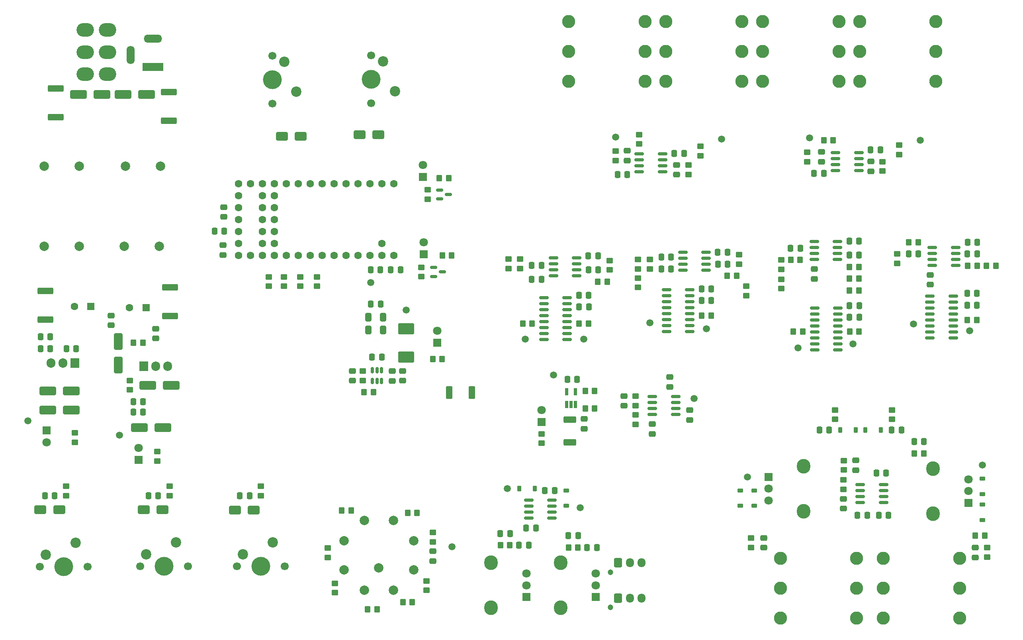
<source format=gbr>
%TF.GenerationSoftware,KiCad,Pcbnew,7.0.8*%
%TF.CreationDate,2024-02-21T10:41:43-05:00*%
%TF.ProjectId,Quad Joystick Mixer,51756164-204a-46f7-9973-7469636b204d,rev?*%
%TF.SameCoordinates,Original*%
%TF.FileFunction,Soldermask,Top*%
%TF.FilePolarity,Negative*%
%FSLAX46Y46*%
G04 Gerber Fmt 4.6, Leading zero omitted, Abs format (unit mm)*
G04 Created by KiCad (PCBNEW 7.0.8) date 2024-02-21 10:41:43*
%MOMM*%
%LPD*%
G01*
G04 APERTURE LIST*
G04 Aperture macros list*
%AMRoundRect*
0 Rectangle with rounded corners*
0 $1 Rounding radius*
0 $2 $3 $4 $5 $6 $7 $8 $9 X,Y pos of 4 corners*
0 Add a 4 corners polygon primitive as box body*
4,1,4,$2,$3,$4,$5,$6,$7,$8,$9,$2,$3,0*
0 Add four circle primitives for the rounded corners*
1,1,$1+$1,$2,$3*
1,1,$1+$1,$4,$5*
1,1,$1+$1,$6,$7*
1,1,$1+$1,$8,$9*
0 Add four rect primitives between the rounded corners*
20,1,$1+$1,$2,$3,$4,$5,0*
20,1,$1+$1,$4,$5,$6,$7,0*
20,1,$1+$1,$6,$7,$8,$9,0*
20,1,$1+$1,$8,$9,$2,$3,0*%
G04 Aperture macros list end*
%ADD10RoundRect,0.249999X-1.425001X0.450001X-1.425001X-0.450001X1.425001X-0.450001X1.425001X0.450001X0*%
%ADD11R,0.650000X1.560000*%
%ADD12RoundRect,0.250000X-0.337500X-0.475000X0.337500X-0.475000X0.337500X0.475000X-0.337500X0.475000X0*%
%ADD13C,1.500000*%
%ADD14RoundRect,0.250000X0.337500X0.475000X-0.337500X0.475000X-0.337500X-0.475000X0.337500X-0.475000X0*%
%ADD15RoundRect,0.250000X0.450000X-0.350000X0.450000X0.350000X-0.450000X0.350000X-0.450000X-0.350000X0*%
%ADD16RoundRect,0.250000X-0.475000X0.337500X-0.475000X-0.337500X0.475000X-0.337500X0.475000X0.337500X0*%
%ADD17RoundRect,0.250000X-0.350000X-0.450000X0.350000X-0.450000X0.350000X0.450000X-0.350000X0.450000X0*%
%ADD18RoundRect,0.250000X-0.450000X0.350000X-0.450000X-0.350000X0.450000X-0.350000X0.450000X0.350000X0*%
%ADD19RoundRect,0.250000X0.475000X-0.337500X0.475000X0.337500X-0.475000X0.337500X-0.475000X-0.337500X0*%
%ADD20C,2.800000*%
%ADD21C,2.000000*%
%ADD22RoundRect,0.225000X0.375000X-0.225000X0.375000X0.225000X-0.375000X0.225000X-0.375000X-0.225000X0*%
%ADD23R,1.800000X1.800000*%
%ADD24C,1.800000*%
%ADD25RoundRect,0.250000X1.000000X0.650000X-1.000000X0.650000X-1.000000X-0.650000X1.000000X-0.650000X0*%
%ADD26RoundRect,0.250000X1.500000X0.650000X-1.500000X0.650000X-1.500000X-0.650000X1.500000X-0.650000X0*%
%ADD27RoundRect,0.150000X-0.825000X-0.150000X0.825000X-0.150000X0.825000X0.150000X-0.825000X0.150000X0*%
%ADD28R,4.400000X1.700000*%
%ADD29O,3.900000X1.700000*%
%ADD30O,1.700000X3.900000*%
%ADD31RoundRect,0.150000X0.150000X-0.512500X0.150000X0.512500X-0.150000X0.512500X-0.150000X-0.512500X0*%
%ADD32RoundRect,0.250000X0.350000X0.450000X-0.350000X0.450000X-0.350000X-0.450000X0.350000X-0.450000X0*%
%ADD33C,1.700000*%
%ADD34C,4.000000*%
%ADD35C,2.200000*%
%ADD36O,2.900000X3.100000*%
%ADD37R,1.905000X2.000000*%
%ADD38O,1.905000X2.000000*%
%ADD39RoundRect,0.250000X-1.500000X-0.650000X1.500000X-0.650000X1.500000X0.650000X-1.500000X0.650000X0*%
%ADD40C,1.200000*%
%ADD41RoundRect,0.250000X-0.600000X-0.725000X0.600000X-0.725000X0.600000X0.725000X-0.600000X0.725000X0*%
%ADD42O,1.700000X1.950000*%
%ADD43RoundRect,0.250000X0.650000X-1.500000X0.650000X1.500000X-0.650000X1.500000X-0.650000X-1.500000X0*%
%ADD44RoundRect,0.225000X-0.225000X-0.375000X0.225000X-0.375000X0.225000X0.375000X-0.225000X0.375000X0*%
%ADD45RoundRect,0.225000X0.225000X0.375000X-0.225000X0.375000X-0.225000X-0.375000X0.225000X-0.375000X0*%
%ADD46RoundRect,0.250000X0.412500X0.650000X-0.412500X0.650000X-0.412500X-0.650000X0.412500X-0.650000X0*%
%ADD47O,3.700000X2.900000*%
%ADD48RoundRect,0.150000X-0.587500X-0.150000X0.587500X-0.150000X0.587500X0.150000X-0.587500X0.150000X0*%
%ADD49RoundRect,0.249999X-0.450001X-1.075001X0.450001X-1.075001X0.450001X1.075001X-0.450001X1.075001X0*%
%ADD50R,1.600000X1.600000*%
%ADD51C,1.600000*%
%ADD52RoundRect,0.235000X1.465000X-0.940000X1.465000X0.940000X-1.465000X0.940000X-1.465000X-0.940000X0*%
%ADD53RoundRect,0.249999X-1.075001X0.450001X-1.075001X-0.450001X1.075001X-0.450001X1.075001X0.450001X0*%
%ADD54RoundRect,0.225000X-0.375000X0.225000X-0.375000X-0.225000X0.375000X-0.225000X0.375000X0.225000X0*%
G04 APERTURE END LIST*
D10*
%TO.C,R6*%
X42988750Y-47711250D03*
X42988750Y-53811250D03*
%TD*%
D11*
%TO.C,U5*%
X151568750Y-114839850D03*
X152518750Y-114839850D03*
X153468750Y-114839850D03*
X153468750Y-112139850D03*
X151568750Y-112139850D03*
%TD*%
D12*
%TO.C,C72*%
X142976250Y-141126250D03*
X145051250Y-141126250D03*
%TD*%
D13*
%TO.C,TP16*%
X161988750Y-58011250D03*
%TD*%
D14*
%TO.C,C73*%
X157988750Y-145261250D03*
X155913750Y-145261250D03*
%TD*%
D15*
%TO.C,R81*%
X120651250Y-87711250D03*
X120651250Y-85711250D03*
%TD*%
D16*
%TO.C,C69*%
X228851250Y-87338750D03*
X228851250Y-89413750D03*
%TD*%
D13*
%TO.C,TP19*%
X203238750Y-58261250D03*
%TD*%
D14*
%TO.C,C71*%
X149013750Y-133126250D03*
X146938750Y-133126250D03*
%TD*%
D17*
%TO.C,R77*%
X117767750Y-137851650D03*
X119767750Y-137851650D03*
%TD*%
D18*
%TO.C,R12*%
X108238750Y-107761250D03*
X108238750Y-109761250D03*
%TD*%
D19*
%TO.C,C52*%
X205738750Y-63298750D03*
X205738750Y-61223750D03*
%TD*%
D20*
%TO.C,J4*%
X152013750Y-39859850D03*
X168243750Y-39859850D03*
X152013750Y-33509850D03*
X168243750Y-33509850D03*
X152013750Y-46209850D03*
X168243750Y-46209850D03*
%TD*%
D21*
%TO.C,C3*%
X65238750Y-64261250D03*
X57738750Y-64261250D03*
%TD*%
D17*
%TO.C,R10*%
X123098750Y-105221250D03*
X125098750Y-105221250D03*
%TD*%
D22*
%TO.C,D12*%
X191488750Y-136411250D03*
X191488750Y-133111250D03*
%TD*%
D16*
%TO.C,C25*%
X213023750Y-126723750D03*
X213023750Y-128798750D03*
%TD*%
D18*
%TO.C,R30*%
X141701250Y-84000000D03*
X141701250Y-86000000D03*
%TD*%
D14*
%TO.C,C54*%
X206238750Y-65761250D03*
X204163750Y-65761250D03*
%TD*%
D23*
%TO.C,D11*%
X146268750Y-118589850D03*
D24*
X146268750Y-116049850D03*
%TD*%
D17*
%TO.C,R21*%
X155518750Y-115739850D03*
X157518750Y-115739850D03*
%TD*%
D14*
%TO.C,C29*%
X220001250Y-138396250D03*
X217926250Y-138396250D03*
%TD*%
D25*
%TO.C,D22*%
X43678750Y-137221250D03*
X39678750Y-137221250D03*
%TD*%
D26*
%TO.C,D10*%
X46238750Y-116011250D03*
X41238750Y-116011250D03*
%TD*%
D20*
%TO.C,J3*%
X235103750Y-153912650D03*
X218873750Y-153912650D03*
X235103750Y-160262650D03*
X218873750Y-160262650D03*
X235103750Y-147562650D03*
X218873750Y-147562650D03*
%TD*%
D27*
%TO.C,U19*%
X143538750Y-135221250D03*
X143538750Y-136491250D03*
X143538750Y-137761250D03*
X143538750Y-139031250D03*
X148488750Y-139031250D03*
X148488750Y-137761250D03*
X148488750Y-136491250D03*
X148488750Y-135221250D03*
%TD*%
D23*
%TO.C,D7*%
X60528750Y-126646250D03*
D24*
X60528750Y-124106250D03*
%TD*%
D28*
%TO.C,J1*%
X63638750Y-43122650D03*
D29*
X63638750Y-37122650D03*
D30*
X58838750Y-40622650D03*
%TD*%
D23*
%TO.C,D21*%
X121151250Y-82986250D03*
D24*
X121151250Y-80446250D03*
%TD*%
D18*
%TO.C,R15*%
X210463750Y-130896250D03*
X210463750Y-132896250D03*
%TD*%
D31*
%TO.C,U3*%
X110288750Y-109898750D03*
X111238750Y-109898750D03*
X112188750Y-109898750D03*
X112188750Y-107623750D03*
X111238750Y-107623750D03*
X110288750Y-107623750D03*
%TD*%
D18*
%TO.C,R48*%
X220723750Y-116011250D03*
X220723750Y-118011250D03*
%TD*%
D12*
%TO.C,C39*%
X154226250Y-94146250D03*
X156301250Y-94146250D03*
%TD*%
D17*
%TO.C,R63*%
X116767750Y-156851650D03*
X118767750Y-156851650D03*
%TD*%
D16*
%TO.C,C80*%
X78710057Y-72946730D03*
X78710057Y-75021730D03*
%TD*%
D26*
%TO.C,D2*%
X62238750Y-49011250D03*
X57238750Y-49011250D03*
%TD*%
D32*
%TO.C,R22*%
X157518750Y-111989850D03*
X155518750Y-111989850D03*
%TD*%
D33*
%TO.C,SW6*%
X110028750Y-40711250D03*
D34*
X110028750Y-45791250D03*
D33*
X110028750Y-50871250D03*
D35*
X115108750Y-48331250D03*
X112568750Y-41981250D03*
%TD*%
D20*
%TO.C,J5*%
X172633750Y-39859850D03*
X188863750Y-39859850D03*
X172633750Y-33509850D03*
X188863750Y-33509850D03*
X172633750Y-46209850D03*
X188863750Y-46209850D03*
%TD*%
D36*
%TO.C,RV2*%
X229488750Y-138061250D03*
X229488750Y-128461250D03*
D23*
X236988750Y-135761250D03*
D24*
X236988750Y-133261250D03*
X236988750Y-130761250D03*
%TD*%
D18*
%TO.C,R19*%
X240988750Y-145261250D03*
X240988750Y-147261250D03*
%TD*%
D32*
%TO.C,R53*%
X238851250Y-85376250D03*
X236851250Y-85376250D03*
%TD*%
D12*
%TO.C,C46*%
X183738750Y-85051250D03*
X185813750Y-85051250D03*
%TD*%
D37*
%TO.C,U1*%
X61698750Y-106706250D03*
D38*
X64238750Y-106706250D03*
X66778750Y-106706250D03*
%TD*%
D33*
%TO.C,SW3*%
X39558750Y-149301250D03*
D34*
X44638750Y-149301250D03*
D33*
X49718750Y-149301250D03*
D35*
X47178750Y-144221250D03*
X40828750Y-146761250D03*
%TD*%
D17*
%TO.C,R51*%
X236763750Y-96876250D03*
X238763750Y-96876250D03*
%TD*%
D18*
%TO.C,R23*%
X166268750Y-117089850D03*
X166268750Y-119089850D03*
%TD*%
D10*
%TO.C,R7*%
X40738750Y-90711250D03*
X40738750Y-96811250D03*
%TD*%
D39*
%TO.C,D5*%
X41238750Y-112011250D03*
X46238750Y-112011250D03*
%TD*%
D13*
%TO.C,TP13*%
X200763750Y-102836250D03*
%TD*%
D22*
%TO.C,D19*%
X151488750Y-136411250D03*
X151488750Y-133111250D03*
%TD*%
D16*
%TO.C,C81*%
X123158750Y-146025150D03*
X123158750Y-148100150D03*
%TD*%
D12*
%TO.C,C8*%
X183701250Y-82551250D03*
X185776250Y-82551250D03*
%TD*%
D15*
%TO.C,R84*%
X86568750Y-134261250D03*
X86568750Y-132261250D03*
%TD*%
D17*
%TO.C,R59*%
X211763750Y-99336250D03*
X213763750Y-99336250D03*
%TD*%
D15*
%TO.C,R66*%
X98460057Y-89734230D03*
X98460057Y-87734230D03*
%TD*%
D37*
%TO.C,U2*%
X47028750Y-106066250D03*
D38*
X44488750Y-106066250D03*
X41948750Y-106066250D03*
%TD*%
D14*
%TO.C,C11*%
X41776250Y-100511250D03*
X39701250Y-100511250D03*
%TD*%
%TO.C,C9*%
X173776250Y-86051250D03*
X171701250Y-86051250D03*
%TD*%
D17*
%TO.C,R50*%
X224313750Y-80376250D03*
X226313750Y-80376250D03*
%TD*%
D12*
%TO.C,C62*%
X211726250Y-96336250D03*
X213801250Y-96336250D03*
%TD*%
D17*
%TO.C,R5*%
X59488750Y-101761250D03*
X61488750Y-101761250D03*
%TD*%
%TO.C,R17*%
X225488750Y-125261250D03*
X227488750Y-125261250D03*
%TD*%
D33*
%TO.C,SW4*%
X60908750Y-149261250D03*
D34*
X65988750Y-149261250D03*
D33*
X71068750Y-149261250D03*
D35*
X68528750Y-144181250D03*
X62178750Y-146721250D03*
%TD*%
D12*
%TO.C,C41*%
X156163750Y-83281250D03*
X158238750Y-83281250D03*
%TD*%
D20*
%TO.C,J6*%
X193253750Y-39859850D03*
X209483750Y-39859850D03*
X193253750Y-33509850D03*
X209483750Y-33509850D03*
X193253750Y-46209850D03*
X209483750Y-46209850D03*
%TD*%
D21*
%TO.C,C4*%
X64988750Y-81261250D03*
X57488750Y-81261250D03*
%TD*%
D17*
%TO.C,R73*%
X109267750Y-158351650D03*
X111267750Y-158351650D03*
%TD*%
D27*
%TO.C,U16*%
X204238750Y-80241250D03*
X204238750Y-81511250D03*
X204238750Y-82781250D03*
X204238750Y-84051250D03*
X209188750Y-84051250D03*
X209188750Y-82781250D03*
X209188750Y-81511250D03*
X209188750Y-80241250D03*
%TD*%
D32*
%TO.C,R64*%
X139488750Y-144761250D03*
X137488750Y-144761250D03*
%TD*%
D15*
%TO.C,R9*%
X64528750Y-126871250D03*
X64528750Y-124871250D03*
%TD*%
D40*
%TO.C,J9*%
X160900000Y-150475000D03*
D41*
X162500000Y-148475000D03*
D42*
X165000000Y-148475000D03*
X167500000Y-148475000D03*
%TD*%
D16*
%TO.C,C33*%
X155268750Y-117952350D03*
X155268750Y-120027350D03*
%TD*%
D12*
%TO.C,C66*%
X211676250Y-83146250D03*
X213751250Y-83146250D03*
%TD*%
D14*
%TO.C,C10*%
X41776250Y-103011250D03*
X39701250Y-103011250D03*
%TD*%
D18*
%TO.C,R37*%
X202738750Y-61261250D03*
X202738750Y-63261250D03*
%TD*%
D12*
%TO.C,C67*%
X236813750Y-80376250D03*
X238888750Y-80376250D03*
%TD*%
D14*
%TO.C,C42*%
X146238750Y-88281250D03*
X144163750Y-88281250D03*
%TD*%
D12*
%TO.C,C78*%
X109922557Y-86234230D03*
X111997557Y-86234230D03*
%TD*%
D43*
%TO.C,D3*%
X56238750Y-106511250D03*
X56238750Y-101511250D03*
%TD*%
D44*
%TO.C,D16*%
X209723750Y-120261250D03*
X213023750Y-120261250D03*
%TD*%
D21*
%TO.C,SW2*%
X119049750Y-149973650D03*
X114719750Y-154303650D03*
X108597750Y-154303650D03*
X104267750Y-149973650D03*
X104267750Y-143851650D03*
X108597750Y-139521650D03*
X114719750Y-139521650D03*
X119049750Y-143851650D03*
X111658750Y-149562650D03*
%TD*%
D45*
%TO.C,D17*%
X218373750Y-120261250D03*
X215073750Y-120261250D03*
%TD*%
D27*
%TO.C,U9*%
X146751250Y-92201250D03*
X146751250Y-93471250D03*
X146751250Y-94741250D03*
X146751250Y-96011250D03*
X146751250Y-97281250D03*
X146751250Y-98551250D03*
X146751250Y-99821250D03*
X146751250Y-101091250D03*
X151701250Y-101091250D03*
X151701250Y-99821250D03*
X151701250Y-98551250D03*
X151701250Y-97281250D03*
X151701250Y-96011250D03*
X151701250Y-94741250D03*
X151701250Y-93471250D03*
X151701250Y-92201250D03*
%TD*%
D44*
%TO.C,D18*%
X141488750Y-132761250D03*
X144788750Y-132761250D03*
%TD*%
D25*
%TO.C,D26*%
X95028750Y-57871250D03*
X91028750Y-57871250D03*
%TD*%
D27*
%TO.C,U6*%
X176288750Y-82511250D03*
X176288750Y-83781250D03*
X176288750Y-85051250D03*
X176288750Y-86321250D03*
X181238750Y-86321250D03*
X181238750Y-85051250D03*
X181238750Y-83781250D03*
X181238750Y-82511250D03*
%TD*%
D12*
%TO.C,C48*%
X156201250Y-86281250D03*
X158276250Y-86281250D03*
%TD*%
D27*
%TO.C,U17*%
X204288750Y-94391250D03*
X204288750Y-95661250D03*
X204288750Y-96931250D03*
X204288750Y-98201250D03*
X204288750Y-99471250D03*
X204288750Y-100741250D03*
X204288750Y-102011250D03*
X204288750Y-103281250D03*
X209238750Y-103281250D03*
X209238750Y-102011250D03*
X209238750Y-100741250D03*
X209238750Y-99471250D03*
X209238750Y-98201250D03*
X209238750Y-96931250D03*
X209238750Y-95661250D03*
X209238750Y-94391250D03*
%TD*%
D19*
%TO.C,C16*%
X173488750Y-111127350D03*
X173488750Y-109052350D03*
%TD*%
D12*
%TO.C,C15*%
X45201250Y-103011250D03*
X47276250Y-103011250D03*
%TD*%
D18*
%TO.C,R28*%
X169238750Y-84051250D03*
X169238750Y-86051250D03*
%TD*%
D12*
%TO.C,C20*%
X110201250Y-104761250D03*
X112276250Y-104761250D03*
%TD*%
D15*
%TO.C,R87*%
X197238750Y-90261250D03*
X197238750Y-88261250D03*
%TD*%
D14*
%TO.C,C82*%
X42716250Y-134221250D03*
X40641250Y-134221250D03*
%TD*%
D32*
%TO.C,R76*%
X105767750Y-137351650D03*
X103767750Y-137351650D03*
%TD*%
D16*
%TO.C,C23*%
X105988750Y-107723750D03*
X105988750Y-109798750D03*
%TD*%
D12*
%TO.C,C37*%
X205336250Y-120261250D03*
X207411250Y-120261250D03*
%TD*%
D15*
%TO.C,R68*%
X91460057Y-89734230D03*
X91460057Y-87734230D03*
%TD*%
D25*
%TO.C,D24*%
X85068750Y-137261250D03*
X81068750Y-137261250D03*
%TD*%
D18*
%TO.C,R62*%
X121767750Y-152351650D03*
X121767750Y-154351650D03*
%TD*%
D15*
%TO.C,R82*%
X45178750Y-134221250D03*
X45178750Y-132221250D03*
%TD*%
D13*
%TO.C,TP5*%
X148768750Y-108589850D03*
%TD*%
D23*
%TO.C,D8*%
X124098750Y-101761250D03*
D24*
X124098750Y-99221250D03*
%TD*%
D19*
%TO.C,C51*%
X216238750Y-65298750D03*
X216238750Y-63223750D03*
%TD*%
D16*
%TO.C,C26*%
X210463750Y-134896250D03*
X210463750Y-136971250D03*
%TD*%
D13*
%TO.C,TP3*%
X37028750Y-118371250D03*
%TD*%
D36*
%TO.C,RV1*%
X201988750Y-127961250D03*
X201988750Y-137561250D03*
D23*
X194488750Y-130261250D03*
D24*
X194488750Y-132761250D03*
X194488750Y-135261250D03*
%TD*%
D13*
%TO.C,TP18*%
X226738750Y-58761250D03*
%TD*%
D36*
%TO.C,RV4*%
X150288750Y-158061250D03*
X150288750Y-148461250D03*
D23*
X157788750Y-155761250D03*
D24*
X157788750Y-153261250D03*
X157788750Y-150761250D03*
%TD*%
D25*
%TO.C,D25*%
X111528750Y-57541250D03*
X107528750Y-57541250D03*
%TD*%
D13*
%TO.C,TP21*%
X154488750Y-136761250D03*
%TD*%
%TO.C,TP1*%
X109960057Y-88984230D03*
%TD*%
D15*
%TO.C,R88*%
X189788750Y-91741250D03*
X189788750Y-89741250D03*
%TD*%
D10*
%TO.C,R1*%
X66988750Y-48461250D03*
X66988750Y-54561250D03*
%TD*%
D19*
%TO.C,C22*%
X114488750Y-109836250D03*
X114488750Y-107761250D03*
%TD*%
D16*
%TO.C,C36*%
X169768750Y-119052350D03*
X169768750Y-121127350D03*
%TD*%
D14*
%TO.C,C58*%
X226351250Y-82876250D03*
X224276250Y-82876250D03*
%TD*%
%TO.C,C45*%
X173776250Y-83551250D03*
X171701250Y-83551250D03*
%TD*%
D17*
%TO.C,R39*%
X206238750Y-58761250D03*
X208238750Y-58761250D03*
%TD*%
D27*
%TO.C,U12*%
X208763750Y-61356250D03*
X208763750Y-62626250D03*
X208763750Y-63896250D03*
X208763750Y-65166250D03*
X213713750Y-65166250D03*
X213713750Y-63896250D03*
X213713750Y-62626250D03*
X213713750Y-61356250D03*
%TD*%
D12*
%TO.C,C27*%
X225451250Y-122761250D03*
X227526250Y-122761250D03*
%TD*%
D33*
%TO.C,SW7*%
X89028750Y-40791250D03*
D34*
X89028750Y-45871250D03*
D33*
X89028750Y-50951250D03*
D35*
X94108750Y-48411250D03*
X91568750Y-42061250D03*
%TD*%
D13*
%TO.C,TP6*%
X189988750Y-130261250D03*
%TD*%
D46*
%TO.C,C17*%
X112551250Y-99036250D03*
X109426250Y-99036250D03*
%TD*%
D18*
%TO.C,R8*%
X166268750Y-113089850D03*
X166268750Y-115089850D03*
%TD*%
%TO.C,R35*%
X179988750Y-60011250D03*
X179988750Y-62011250D03*
%TD*%
%TO.C,R72*%
X123158750Y-142062650D03*
X123158750Y-144062650D03*
%TD*%
D12*
%TO.C,C40*%
X154188750Y-91646250D03*
X156263750Y-91646250D03*
%TD*%
D15*
%TO.C,R85*%
X166738750Y-90011250D03*
X166738750Y-88011250D03*
%TD*%
D27*
%TO.C,U8*%
X172788750Y-90471250D03*
X172788750Y-91741250D03*
X172788750Y-93011250D03*
X172788750Y-94281250D03*
X172788750Y-95551250D03*
X172788750Y-96821250D03*
X172788750Y-98091250D03*
X172788750Y-99361250D03*
X177738750Y-99361250D03*
X177738750Y-98091250D03*
X177738750Y-96821250D03*
X177738750Y-95551250D03*
X177738750Y-94281250D03*
X177738750Y-93011250D03*
X177738750Y-91741250D03*
X177738750Y-90471250D03*
%TD*%
D32*
%TO.C,R61*%
X213713750Y-85646250D03*
X211713750Y-85646250D03*
%TD*%
D13*
%TO.C,TP9*%
X225288750Y-97741250D03*
%TD*%
D12*
%TO.C,C53*%
X216201250Y-60761250D03*
X218276250Y-60761250D03*
%TD*%
D27*
%TO.C,U7*%
X169793750Y-113184850D03*
X169793750Y-114454850D03*
X169793750Y-115724850D03*
X169793750Y-116994850D03*
X174743750Y-116994850D03*
X174743750Y-115724850D03*
X174743750Y-114454850D03*
X174743750Y-113184850D03*
%TD*%
D13*
%TO.C,TP17*%
X184488750Y-58511250D03*
%TD*%
D17*
%TO.C,R26*%
X154226250Y-97646250D03*
X156226250Y-97646250D03*
%TD*%
D13*
%TO.C,TP2*%
X56528750Y-121371250D03*
%TD*%
D19*
%TO.C,C49*%
X164488750Y-63048750D03*
X164488750Y-60973750D03*
%TD*%
D18*
%TO.C,R34*%
X166988750Y-57511250D03*
X166988750Y-59511250D03*
%TD*%
D26*
%TO.C,D6*%
X52738750Y-49011250D03*
X47738750Y-49011250D03*
%TD*%
D17*
%TO.C,R60*%
X211713750Y-88146250D03*
X213713750Y-88146250D03*
%TD*%
D12*
%TO.C,C2*%
X59451250Y-116511250D03*
X61526250Y-116511250D03*
%TD*%
D15*
%TO.C,R44*%
X166738750Y-86051250D03*
X166738750Y-84051250D03*
%TD*%
D26*
%TO.C,D1*%
X67488750Y-110761250D03*
X62488750Y-110761250D03*
%TD*%
D47*
%TO.C,SW1*%
X53988750Y-44711250D03*
X53988750Y-40011250D03*
X53988750Y-35311250D03*
X49188750Y-44711250D03*
X49188750Y-40011250D03*
X49188750Y-35311250D03*
%TD*%
D46*
%TO.C,C18*%
X112551250Y-96286250D03*
X109426250Y-96286250D03*
%TD*%
D48*
%TO.C,Q1*%
X124551250Y-69311250D03*
X124551250Y-71211250D03*
X126426250Y-70261250D03*
%TD*%
D18*
%TO.C,R36*%
X218738750Y-63261250D03*
X218738750Y-65261250D03*
%TD*%
%TO.C,R74*%
X102267750Y-152851650D03*
X102267750Y-154851650D03*
%TD*%
D19*
%TO.C,C24*%
X193488750Y-145298750D03*
X193488750Y-143223750D03*
%TD*%
D18*
%TO.C,R3*%
X146268750Y-121089850D03*
X146268750Y-123089850D03*
%TD*%
%TO.C,R24*%
X208623750Y-116011250D03*
X208623750Y-118011250D03*
%TD*%
D27*
%TO.C,U13*%
X228813750Y-91796250D03*
X228813750Y-93066250D03*
X228813750Y-94336250D03*
X228813750Y-95606250D03*
X228813750Y-96876250D03*
X228813750Y-98146250D03*
X228813750Y-99416250D03*
X228813750Y-100686250D03*
X233763750Y-100686250D03*
X233763750Y-99416250D03*
X233763750Y-98146250D03*
X233763750Y-96876250D03*
X233763750Y-95606250D03*
X233763750Y-94336250D03*
X233763750Y-93066250D03*
X233763750Y-91796250D03*
%TD*%
D13*
%TO.C,TP22*%
X127158750Y-145062650D03*
%TD*%
D15*
%TO.C,R83*%
X67178750Y-134221250D03*
X67178750Y-132221250D03*
%TD*%
D32*
%TO.C,R65*%
X153988750Y-145261250D03*
X151988750Y-145261250D03*
%TD*%
D49*
%TO.C,R40*%
X126600000Y-112314850D03*
X131400000Y-112314850D03*
%TD*%
D17*
%TO.C,R56*%
X199763750Y-99336250D03*
X201763750Y-99336250D03*
%TD*%
D50*
%TO.C,C14*%
X50391401Y-94011250D03*
D51*
X46891401Y-94011250D03*
%TD*%
D19*
%TO.C,C7*%
X54738750Y-98048750D03*
X54738750Y-95973750D03*
%TD*%
%TO.C,C28*%
X238488750Y-147336250D03*
X238488750Y-145261250D03*
%TD*%
D40*
%TO.C,J8*%
X160900000Y-158000000D03*
D41*
X162500000Y-156000000D03*
D42*
X165000000Y-156000000D03*
X167500000Y-156000000D03*
%TD*%
D15*
%TO.C,R11*%
X47028750Y-122871250D03*
X47028750Y-120871250D03*
%TD*%
D14*
%TO.C,C83*%
X64716250Y-134221250D03*
X62641250Y-134221250D03*
%TD*%
D17*
%TO.C,R58*%
X199213750Y-84146250D03*
X201213750Y-84146250D03*
%TD*%
D12*
%TO.C,C75*%
X137451250Y-142261250D03*
X139526250Y-142261250D03*
%TD*%
D22*
%TO.C,D13*%
X188488750Y-136411250D03*
X188488750Y-133111250D03*
%TD*%
D13*
%TO.C,TP14*%
X155251250Y-100971250D03*
%TD*%
D21*
%TO.C,C12*%
X47988750Y-64261250D03*
X40488750Y-64261250D03*
%TD*%
D14*
%TO.C,C55*%
X222761250Y-120261250D03*
X220686250Y-120261250D03*
%TD*%
D16*
%TO.C,C6*%
X64238750Y-98761250D03*
X64238750Y-100836250D03*
%TD*%
D15*
%TO.C,R79*%
X121988750Y-71261250D03*
X121988750Y-69261250D03*
%TD*%
D13*
%TO.C,TP4*%
X117488750Y-94761250D03*
%TD*%
D14*
%TO.C,C74*%
X143526250Y-144761250D03*
X141451250Y-144761250D03*
%TD*%
D12*
%TO.C,C1*%
X59451250Y-114261250D03*
X61526250Y-114261250D03*
%TD*%
D17*
%TO.C,R27*%
X142226250Y-97646250D03*
X144226250Y-97646250D03*
%TD*%
D10*
%TO.C,R2*%
X67238750Y-89961250D03*
X67238750Y-96061250D03*
%TD*%
D18*
%TO.C,R32*%
X177488750Y-64011250D03*
X177488750Y-66011250D03*
%TD*%
D14*
%TO.C,C19*%
X112026250Y-93536250D03*
X109951250Y-93536250D03*
%TD*%
D15*
%TO.C,R57*%
X197213750Y-86146250D03*
X197213750Y-84146250D03*
%TD*%
D14*
%TO.C,C44*%
X164488750Y-66011250D03*
X162413750Y-66011250D03*
%TD*%
D52*
%TO.C,L4*%
X117488750Y-104786250D03*
X117488750Y-98736250D03*
%TD*%
D36*
%TO.C,RV3*%
X135488750Y-158061250D03*
X135488750Y-148461250D03*
D23*
X142988750Y-155761250D03*
D24*
X142988750Y-153261250D03*
X142988750Y-150761250D03*
%TD*%
D12*
%TO.C,C57*%
X236726250Y-91241250D03*
X238801250Y-91241250D03*
%TD*%
D32*
%TO.C,R18*%
X240488750Y-142761250D03*
X238488750Y-142761250D03*
%TD*%
D27*
%TO.C,U10*%
X148751250Y-83741250D03*
X148751250Y-85011250D03*
X148751250Y-86281250D03*
X148751250Y-87551250D03*
X153701250Y-87551250D03*
X153701250Y-86281250D03*
X153701250Y-85011250D03*
X153701250Y-83741250D03*
%TD*%
D15*
%TO.C,R49*%
X221851250Y-84876250D03*
X221851250Y-82876250D03*
%TD*%
%TO.C,R29*%
X188238750Y-85051250D03*
X188238750Y-83051250D03*
%TD*%
D13*
%TO.C,TP7*%
X239988750Y-127761250D03*
%TD*%
%TO.C,TP15*%
X212488750Y-102011250D03*
%TD*%
D16*
%TO.C,C34*%
X163768750Y-113052350D03*
X163768750Y-115127350D03*
%TD*%
D12*
%TO.C,C56*%
X236726250Y-93741250D03*
X238801250Y-93741250D03*
%TD*%
D39*
%TO.C,D4*%
X60738750Y-119761250D03*
X65738750Y-119761250D03*
%TD*%
D12*
%TO.C,C38*%
X180251250Y-90281250D03*
X182326250Y-90281250D03*
%TD*%
%TO.C,C32*%
X151731250Y-109489850D03*
X153806250Y-109489850D03*
%TD*%
D33*
%TO.C,SW5*%
X81488750Y-149261250D03*
D34*
X86568750Y-149261250D03*
D33*
X91648750Y-149261250D03*
D35*
X89108750Y-144181250D03*
X82758750Y-146721250D03*
%TD*%
D13*
%TO.C,TP23*%
X178668750Y-113589850D03*
%TD*%
D19*
%TO.C,C50*%
X174988750Y-66048750D03*
X174988750Y-63973750D03*
%TD*%
D14*
%TO.C,C77*%
X116247557Y-86234230D03*
X114172557Y-86234230D03*
%TD*%
D20*
%TO.C,J7*%
X213873750Y-39859850D03*
X230103750Y-39859850D03*
X213873750Y-33509850D03*
X230103750Y-33509850D03*
X213873750Y-46209850D03*
X230103750Y-46209850D03*
%TD*%
D15*
%TO.C,R4*%
X58738750Y-111761250D03*
X58738750Y-109761250D03*
%TD*%
D12*
%TO.C,C68*%
X211676250Y-80146250D03*
X213751250Y-80146250D03*
%TD*%
D13*
%TO.C,TP12*%
X142751250Y-100971250D03*
%TD*%
D16*
%TO.C,C70*%
X204213750Y-86108750D03*
X204213750Y-88183750D03*
%TD*%
D18*
%TO.C,R38*%
X222238750Y-59761250D03*
X222238750Y-61761250D03*
%TD*%
D23*
%TO.C,D9*%
X41028750Y-120331250D03*
D24*
X41028750Y-122871250D03*
%TD*%
D14*
%TO.C,C86*%
X78803750Y-78062650D03*
X76728750Y-78062650D03*
%TD*%
D20*
%TO.C,J2*%
X213238750Y-153912650D03*
X197008750Y-153912650D03*
X213238750Y-160262650D03*
X197008750Y-160262650D03*
X213238750Y-147562650D03*
X197008750Y-147562650D03*
%TD*%
D14*
%TO.C,C65*%
X201251250Y-81646250D03*
X199176250Y-81646250D03*
%TD*%
D21*
%TO.C,C13*%
X47988750Y-81261250D03*
X40488750Y-81261250D03*
%TD*%
D53*
%TO.C,R20*%
X152268750Y-118089850D03*
X152268750Y-122889850D03*
%TD*%
D32*
%TO.C,R52*%
X242851250Y-85376250D03*
X240851250Y-85376250D03*
%TD*%
D12*
%TO.C,C30*%
X213426250Y-138396250D03*
X215501250Y-138396250D03*
%TD*%
D32*
%TO.C,R80*%
X127151250Y-83211250D03*
X125151250Y-83211250D03*
%TD*%
D14*
%TO.C,C84*%
X84143750Y-134261250D03*
X82068750Y-134261250D03*
%TD*%
D32*
%TO.C,R45*%
X187738750Y-87551250D03*
X185738750Y-87551250D03*
%TD*%
D27*
%TO.C,U4*%
X214013750Y-131856250D03*
X214013750Y-133126250D03*
X214013750Y-134396250D03*
X214013750Y-135666250D03*
X218963750Y-135666250D03*
X218963750Y-134396250D03*
X218963750Y-133126250D03*
X218963750Y-131856250D03*
%TD*%
D18*
%TO.C,R33*%
X161988750Y-61011250D03*
X161988750Y-63011250D03*
%TD*%
%TO.C,R75*%
X100767750Y-145351650D03*
X100767750Y-147351650D03*
%TD*%
D19*
%TO.C,C21*%
X116738750Y-109798750D03*
X116738750Y-107723750D03*
%TD*%
D13*
%TO.C,TP10*%
X181288750Y-98741250D03*
%TD*%
D32*
%TO.C,R78*%
X126488750Y-66761250D03*
X124488750Y-66761250D03*
%TD*%
D15*
%TO.C,R69*%
X88210057Y-89734230D03*
X88210057Y-87734230D03*
%TD*%
D14*
%TO.C,C47*%
X146238750Y-85281250D03*
X144163750Y-85281250D03*
%TD*%
D15*
%TO.C,R31*%
X160701250Y-86281250D03*
X160701250Y-84281250D03*
%TD*%
D17*
%TO.C,R25*%
X180288750Y-96011250D03*
X182288750Y-96011250D03*
%TD*%
D25*
%TO.C,D23*%
X65678750Y-137221250D03*
X61678750Y-137221250D03*
%TD*%
D27*
%TO.C,U14*%
X229338750Y-81471250D03*
X229338750Y-82741250D03*
X229338750Y-84011250D03*
X229338750Y-85281250D03*
X234288750Y-85281250D03*
X234288750Y-84011250D03*
X234288750Y-82741250D03*
X234288750Y-81471250D03*
%TD*%
D13*
%TO.C,TP11*%
X237288750Y-99241250D03*
%TD*%
D54*
%TO.C,D15*%
X239988750Y-136111250D03*
X239988750Y-139411250D03*
%TD*%
D18*
%TO.C,R14*%
X190738750Y-143261250D03*
X190738750Y-145261250D03*
%TD*%
D22*
%TO.C,D14*%
X239988750Y-133911250D03*
X239988750Y-130611250D03*
%TD*%
D48*
%TO.C,Q2*%
X123276250Y-85761250D03*
X123276250Y-87661250D03*
X125151250Y-86711250D03*
%TD*%
D32*
%TO.C,R47*%
X160201250Y-88781250D03*
X158201250Y-88781250D03*
%TD*%
D13*
%TO.C,TP8*%
X169288750Y-97511250D03*
%TD*%
D51*
%TO.C,U20*%
X114813750Y-67942650D03*
X112273750Y-67942650D03*
X109733750Y-67942650D03*
X107193750Y-67942650D03*
X104653750Y-67942650D03*
X102113750Y-67942650D03*
X99573750Y-67942650D03*
X97033750Y-67942650D03*
X94493750Y-67942650D03*
X91953750Y-67942650D03*
X89413750Y-67942650D03*
X86873750Y-67942650D03*
X84333750Y-67942650D03*
X81793750Y-67942650D03*
X81793750Y-70482650D03*
X81793750Y-73022650D03*
X81793750Y-75562650D03*
X81793750Y-78102650D03*
X81793750Y-80642650D03*
X81793750Y-83182650D03*
X84333750Y-83182650D03*
X86873750Y-83182650D03*
X89413750Y-83182650D03*
X91953750Y-83182650D03*
X94493750Y-83182650D03*
X97033750Y-83182650D03*
X99573750Y-83182650D03*
X102113750Y-83182650D03*
X104653750Y-83182650D03*
X107193750Y-83182650D03*
X109733750Y-83182650D03*
X112273750Y-83182650D03*
X114813750Y-83182650D03*
X112273750Y-80642650D03*
X86873750Y-80642650D03*
X89413750Y-80642650D03*
X86873750Y-78102650D03*
X89413750Y-78102650D03*
X86873750Y-75562650D03*
X89413750Y-75562650D03*
X86873750Y-73022650D03*
X89413750Y-73022650D03*
X86873750Y-70482650D03*
X89413750Y-70482650D03*
%TD*%
D13*
%TO.C,TP20*%
X138988750Y-132761250D03*
%TD*%
D15*
%TO.C,R46*%
X139201250Y-86000000D03*
X139201250Y-84000000D03*
%TD*%
D23*
%TO.C,D20*%
X120988750Y-66536250D03*
D24*
X120988750Y-63996250D03*
%TD*%
D16*
%TO.C,C60*%
X177768750Y-116052350D03*
X177768750Y-118127350D03*
%TD*%
D15*
%TO.C,R67*%
X94960057Y-89734230D03*
X94960057Y-87734230D03*
%TD*%
D32*
%TO.C,R86*%
X213713750Y-90646250D03*
X211713750Y-90646250D03*
%TD*%
D17*
%TO.C,R13*%
X108488750Y-112261250D03*
X110488750Y-112261250D03*
%TD*%
D12*
%TO.C,C43*%
X174451250Y-61511250D03*
X176526250Y-61511250D03*
%TD*%
D16*
%TO.C,C85*%
X78553750Y-81025150D03*
X78553750Y-83100150D03*
%TD*%
D15*
%TO.C,R16*%
X210523750Y-128761250D03*
X210523750Y-126761250D03*
%TD*%
D50*
%TO.C,C5*%
X62141401Y-94261250D03*
D51*
X58641401Y-94261250D03*
%TD*%
D14*
%TO.C,C31*%
X219501250Y-129396250D03*
X217426250Y-129396250D03*
%TD*%
D12*
%TO.C,C63*%
X211726250Y-93836250D03*
X213801250Y-93836250D03*
%TD*%
%TO.C,C76*%
X151951250Y-142761250D03*
X154026250Y-142761250D03*
%TD*%
%TO.C,C35*%
X180251250Y-92781250D03*
X182326250Y-92781250D03*
%TD*%
%TO.C,C59*%
X236776250Y-82876250D03*
X238851250Y-82876250D03*
%TD*%
D27*
%TO.C,U11*%
X167013750Y-61606250D03*
X167013750Y-62876250D03*
X167013750Y-64146250D03*
X167013750Y-65416250D03*
X171963750Y-65416250D03*
X171963750Y-64146250D03*
X171963750Y-62876250D03*
X171963750Y-61606250D03*
%TD*%
M02*

</source>
